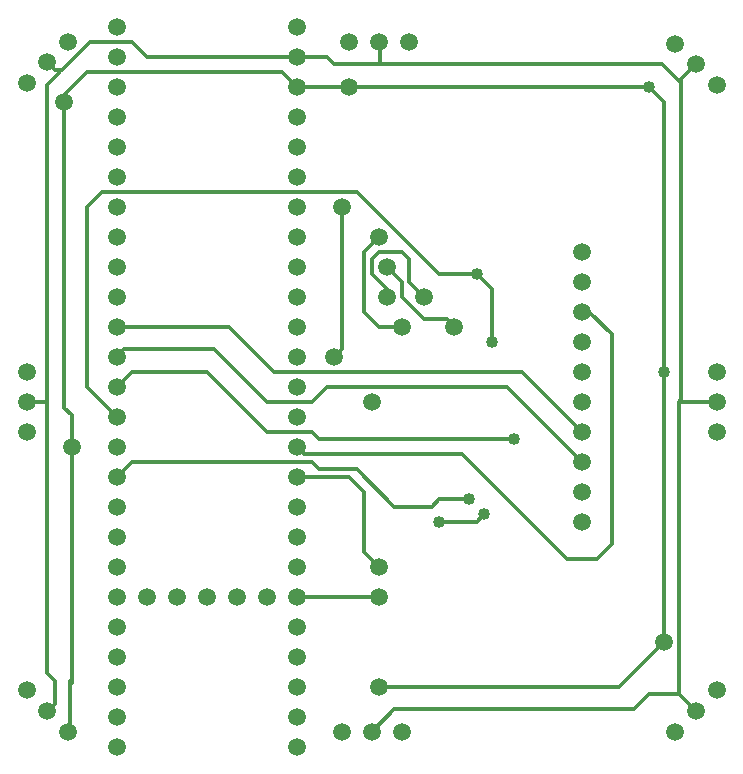
<source format=gbr>
%TF.GenerationSoftware,Novarm,DipTrace,3.2.0.1*%
%TF.CreationDate,2018-10-29T17:13:36-06:00*%
%FSLAX26Y26*%
%MOIN*%
%TF.FileFunction,Copper,L1,Top*%
%TF.Part,Single*%
%TA.AperFunction,Conductor*%
%ADD13C,0.012992*%
%TA.AperFunction,ComponentPad*%
%ADD14C,0.059055*%
%ADD15C,0.059055*%
%TA.AperFunction,ViaPad*%
%ADD16C,0.04*%
G75*
G01*
%LPD*%
X1394000Y2769000D2*
D13*
X894000D1*
X844000Y2819000D1*
X706501D1*
X612751Y2725249D1*
X603680D1*
X587751D1*
X562749Y2750251D1*
X603680Y2725249D2*
Y2716178D1*
X562751Y2675249D1*
Y1619000D1*
X560861D1*
X494000D1*
X560861D2*
Y714639D1*
X587751Y687749D1*
Y612749D1*
X562751Y587749D1*
X1394000Y2769000D2*
X1494000D1*
X1519000Y2744000D1*
X1672110D1*
X2613475D1*
X2669567Y2687908D1*
X2676314Y2694655D1*
X2725249Y2743591D1*
Y2744000D1*
X2676314Y2694655D2*
Y1626314D1*
X2669000Y1619000D1*
X2794000D1*
X2669000D2*
Y644001D1*
X2725251Y587751D1*
X2669000Y644001D2*
X2569001D1*
X2519000Y594000D1*
X1719000D1*
X1644000Y519000D1*
X1672110Y2744000D2*
Y2815890D1*
X1669000Y2819000D1*
X1394000Y2669000D2*
X1569000D1*
X2569000D1*
X2619000Y2619000D1*
Y1719000D1*
Y819000D1*
X2469000Y669000D1*
X1669000D1*
X1569000Y2669000D2*
D3*
X644000Y1469000D2*
Y681500D1*
X637751Y687749D1*
Y525251D1*
X631503Y519003D1*
X644000Y1469000D2*
Y1573913D1*
X619000Y1598913D1*
Y2619000D1*
X594000D1*
X694000Y2719000D1*
X1344000D1*
X1394000Y2669000D1*
X2569000D2*
D3*
X2619000Y1719000D2*
D3*
X1694000Y1969000D2*
Y1994000D1*
X1644000Y2044000D1*
Y2094000D1*
X1669000Y2119000D1*
X1744000D1*
X1769000Y2094000D1*
Y2019000D1*
X1819000Y1969000D1*
X1694000Y2069000D2*
X1744000Y2019000D1*
Y1969000D1*
X1819000Y1894000D1*
X1894000D1*
X1919000Y1869000D1*
X1669000Y2169000D2*
X1619000Y2119000D1*
Y1919000D1*
X1669000Y1869000D1*
X1744000D1*
X1544000Y2269000D2*
Y1794000D1*
X1519000Y1769000D1*
X1394000Y969000D2*
X1669000D1*
X1394000Y1368999D2*
X1569001D1*
X1619000Y1319000D1*
Y1119000D1*
X1669000Y1069000D1*
X1869000Y1219000D2*
X1994000D1*
X2019000Y1244000D1*
X1969000Y1294000D2*
X1869000D1*
X1844000Y1269000D1*
X1719000D1*
X1594000Y1394000D1*
X1469000D1*
X1444000Y1419000D1*
X844001D1*
X794000Y1368999D1*
Y1869000D2*
X1169000D1*
X1319000Y1719000D1*
X2144000D1*
X2344000Y1519000D1*
X794000Y1769000D2*
X819000Y1794000D1*
X1119000D1*
X1294000Y1619000D1*
X1444000D1*
X1494000Y1669000D1*
X2094000D1*
X2244000Y1519000D1*
X2344000Y1419000D1*
X2119000Y1494000D2*
X1469000D1*
X1444000Y1519000D1*
X1294000D1*
X1094000Y1719000D1*
X844000D1*
X794000Y1669000D1*
X2344000Y1919000D2*
X2369000D1*
X2444000Y1844000D1*
Y1144000D1*
X2394000Y1094000D1*
X2294000D1*
X1944000Y1444000D1*
X1419000D1*
X1394000Y1469000D1*
X2044000Y1819000D2*
Y1994000D1*
X1994000Y2044000D1*
X1869000D1*
X1594000Y2319000D1*
X744000D1*
X694000Y2269000D1*
Y1669000D1*
X794000Y1569000D1*
D16*
X2569000Y2669000D3*
X2019000Y1244000D3*
X1869000Y1219000D3*
X1969000Y1294000D3*
X2044000Y1819000D3*
X2119000Y1494000D3*
X1994000Y2044000D3*
X2619000Y1719000D3*
D14*
X1644000Y1619000D3*
D15*
X1669000Y969000D3*
Y1069000D3*
D14*
X2344000Y2119000D3*
D15*
X1569000Y2669000D3*
X1694000Y1969000D3*
X1819000D3*
D14*
X2344000Y2019000D3*
D15*
X1694000Y2069000D3*
X1669000Y2169000D3*
X1919000Y1869000D3*
X1744000D3*
X1544000Y2269000D3*
D14*
X2344000Y1919000D3*
D15*
X1519000Y1769000D3*
D14*
X2344000Y1819000D3*
Y1719000D3*
Y1619000D3*
Y1519000D3*
Y1419000D3*
Y1318999D3*
Y1219000D3*
D15*
X2619000Y819000D3*
X1669000Y669000D3*
Y2819000D3*
X1569000D3*
X1769000D3*
X1644000Y519000D3*
X1544000D3*
X1744000D3*
D14*
X494000Y1619000D3*
Y1719000D3*
Y1519000D3*
X2794000Y1619000D3*
Y1719000D3*
Y1519000D3*
D15*
X562749Y2750251D3*
X631499Y2819000D3*
X494001Y2681500D3*
Y656500D3*
X562751Y587749D3*
X2656501Y2812749D3*
X631503Y519003D3*
X2725251Y587751D3*
X2794000Y656500D3*
X2656500Y519000D3*
X2725249Y2744000D3*
X2794003Y2675252D3*
D14*
X794000Y2769000D3*
Y2669000D3*
Y2569000D3*
Y2469000D3*
Y2369000D3*
Y2269000D3*
Y2169000D3*
Y2069000D3*
Y1969000D3*
Y1869000D3*
Y1769000D3*
Y1669000D3*
Y1569000D3*
Y1469000D3*
Y1368999D3*
Y1269000D3*
Y1169000D3*
Y1068999D3*
Y969000D3*
Y869000D3*
Y768999D3*
Y669000D3*
Y569000D3*
Y469000D3*
X1394000Y2769000D3*
Y2569000D3*
Y2469000D3*
Y2369000D3*
Y2269000D3*
Y2169000D3*
Y2069000D3*
Y1969000D3*
Y1869000D3*
Y1769000D3*
Y1669000D3*
Y1569000D3*
Y1469000D3*
Y1368999D3*
Y1269000D3*
Y1169000D3*
Y1068999D3*
Y969000D3*
Y869000D3*
Y768999D3*
Y669000D3*
Y569000D3*
Y469000D3*
Y2669000D3*
X894000Y969000D3*
X994000D3*
X1094000D3*
X1194000D3*
X1294000D3*
X794000Y2869000D3*
X1394000D3*
D15*
X619000Y2619000D3*
X644000Y1469000D3*
M02*

</source>
